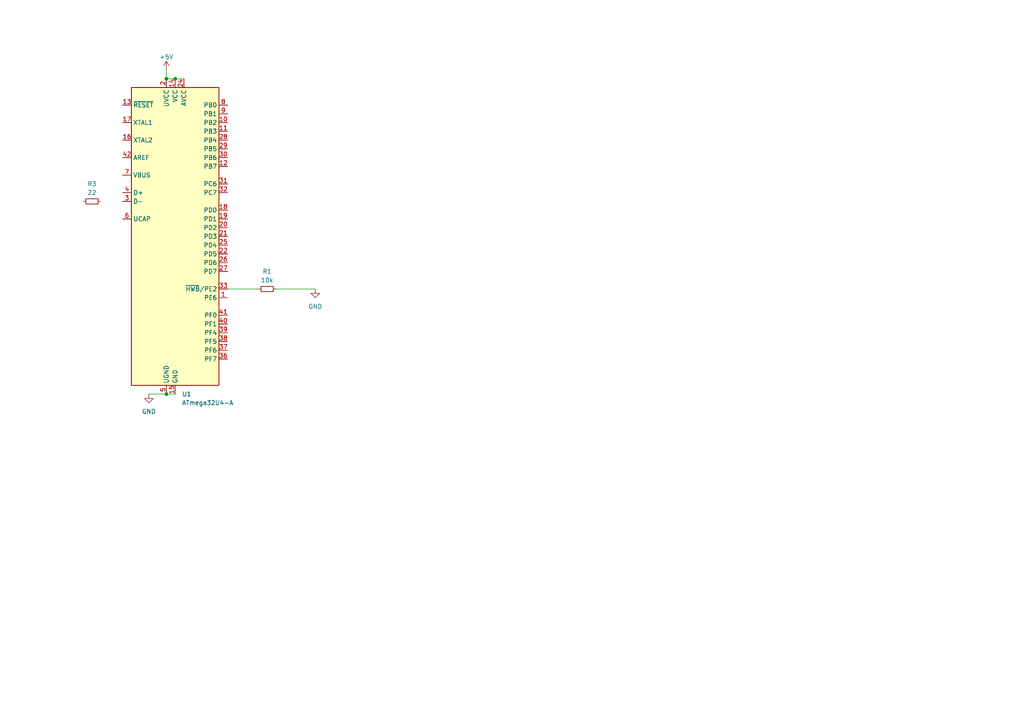
<source format=kicad_sch>
(kicad_sch (version 20230121) (generator eeschema)
  (paper "A4")
  (lib_symbols
    (symbol "Device:R_Small" (pin_numbers hide) (pin_names (offset 0.254) hide)
      (property "Reference" "R" (at 0.762 0.508 0))
      (property "Value" "R_Small" (at 0.762 -1.016 0))
      (symbol "R_Small_0_1"
        (rectangle (start -0.762 1.778) (end 0.762 -1.778) (stroke (width 0.2032)))
      )
      (symbol "R_Small_1_1"
        (pin passive line (at 0 2.54 270) (length 0.762) (name "~") (number "1"))
        (pin passive line (at 0 -2.54 90) (length 0.762) (name "~") (number "2"))
      )
    )
    (symbol "MCU_Microchip_ATmega:ATmega32U4-A"
      (property "Reference" "U" (at -12.7 44.45 0))
      (property "Value" "ATmega32U4-A" (at 2.54 -44.45 0))
      (symbol "ATmega32U4-A_0_1"
        (rectangle (start -12.7 -43.18) (end 12.7 43.18) (stroke (width 0.254)) (fill (type background)))
      )
      (symbol "ATmega32U4-A_1_1"
        (pin bidirectional line (at 15.24 -17.78 180) (length 2.54) (name "PE6") (number "1"))
        (pin bidirectional line (at 15.24 33.02 180) (length 2.54) (name "PB2") (number "10"))
        (pin bidirectional line (at 15.24 30.48 180) (length 2.54) (name "PB3") (number "11"))
        (pin bidirectional line (at 15.24 20.32 180) (length 2.54) (name "PB7") (number "12"))
        (pin input line (at -15.24 38.1 0) (length 2.54) (name "~{RESET}") (number "13"))
        (pin power_in line (at 0 45.72 270) (length 2.54) (name "VCC") (number "14"))
        (pin power_in line (at 0 -45.72 90) (length 2.54) (name "GND") (number "15"))
        (pin output line (at -15.24 27.94 0) (length 2.54) (name "XTAL2") (number "16"))
        (pin input line (at -15.24 33.02 0) (length 2.54) (name "XTAL1") (number "17"))
        (pin bidirectional line (at 15.24 7.62 180) (length 2.54) (name "PD0") (number "18"))
        (pin bidirectional line (at 15.24 5.08 180) (length 2.54) (name "PD1") (number "19"))
        (pin power_in line (at -2.54 45.72 270) (length 2.54) (name "UVCC") (number "2"))
        (pin bidirectional line (at 15.24 2.54 180) (length 2.54) (name "PD2") (number "20"))
        (pin bidirectional line (at 15.24 0 180) (length 2.54) (name "PD3") (number "21"))
        (pin bidirectional line (at 15.24 -5.08 180) (length 2.54) (name "PD5") (number "22"))
        (pin passive line (at 0 -45.72 90) (length 2.54) hide (name "GND") (number "23"))
        (pin power_in line (at 2.54 45.72 270) (length 2.54) (name "AVCC") (number "24"))
        (pin bidirectional line (at 15.24 -2.54 180) (length 2.54) (name "PD4") (number "25"))
        (pin bidirectional line (at 15.24 -7.62 180) (length 2.54) (name "PD6") (number "26"))
        (pin bidirectional line (at 15.24 -10.16 180) (length 2.54) (name "PD7") (number "27"))
        (pin bidirectional line (at 15.24 27.94 180) (length 2.54) (name "PB4") (number "28"))
        (pin bidirectional line (at 15.24 25.4 180) (length 2.54) (name "PB5") (number "29"))
        (pin bidirectional line (at -15.24 10.16 0) (length 2.54) (name "D-") (number "3"))
        (pin bidirectional line (at 15.24 22.86 180) (length 2.54) (name "PB6") (number "30"))
        (pin bidirectional line (at 15.24 15.24 180) (length 2.54) (name "PC6") (number "31"))
        (pin bidirectional line (at 15.24 12.7 180) (length 2.54) (name "PC7") (number "32"))
        (pin bidirectional line (at 15.24 -15.24 180) (length 2.54) (name "~{HWB}/PE2") (number "33"))
        (pin passive line (at 0 45.72 270) (length 2.54) hide (name "VCC") (number "34"))
        (pin passive line (at 0 -45.72 90) (length 2.54) hide (name "GND") (number "35"))
        (pin bidirectional line (at 15.24 -35.56 180) (length 2.54) (name "PF7") (number "36"))
        (pin bidirectional line (at 15.24 -33.02 180) (length 2.54) (name "PF6") (number "37"))
        (pin bidirectional line (at 15.24 -30.48 180) (length 2.54) (name "PF5") (number "38"))
        (pin bidirectional line (at 15.24 -27.94 180) (length 2.54) (name "PF4") (number "39"))
        (pin bidirectional line (at -15.24 12.7 0) (length 2.54) (name "D+") (number "4"))
        (pin bidirectional line (at 15.24 -25.4 180) (length 2.54) (name "PF1") (number "40"))
        (pin bidirectional line (at 15.24 -22.86 180) (length 2.54) (name "PF0") (number "41"))
        (pin passive line (at -15.24 22.86 0) (length 2.54) (name "AREF") (number "42"))
        (pin passive line (at 0 -45.72 90) (length 2.54) hide (name "GND") (number "43"))
        (pin passive line (at 2.54 45.72 270) (length 2.54) hide (name "AVCC") (number "44"))
        (pin passive line (at -2.54 -45.72 90) (length 2.54) (name "UGND") (number "5"))
        (pin passive line (at -15.24 5.08 0) (length 2.54) (name "UCAP") (number "6"))
        (pin input line (at -15.24 17.78 0) (length 2.54) (name "VBUS") (number "7"))
        (pin bidirectional line (at 15.24 38.1 180) (length 2.54) (name "PB0") (number "8"))
        (pin bidirectional line (at 15.24 35.56 180) (length 2.54) (name "PB1") (number "9"))
      )
    )
    (symbol "power:+5V" (power) (pin_names (offset 0))
      (property "Value" "+5V" (at 0 3.556 0))
      (symbol "+5V_0_1"
        (polyline (pts (xy -0.762 1.27) (xy 0 2.54)))
        (polyline (pts (xy 0 0) (xy 0 2.54)))
        (polyline (pts (xy 0 2.54) (xy 0.762 1.27)))
      )
      (symbol "+5V_1_1"
        (pin power_in line (at 0 0 90) (length 0) hide (name "+5V") (number "1"))
      )
    )
    (symbol "power:GND" (power) (pin_names (offset 0))
      (property "Value" "GND" (at 0 -3.81 0))
      (symbol "GND_0_1"
        (polyline (pts (xy 0 0) (xy 0 -1.27) (xy 1.27 -1.27) (xy 0 -2.54) (xy -1.27 -1.27) (xy 0 -1.27)))
      )
      (symbol "GND_1_1"
        (pin power_in line (at 0 0 270) (length 0) hide (name "GND") (number "1"))
      )
    )
  )
  (junction (at 48.26 22.86))
  (junction (at 50.8 22.86))
  (junction (at 48.26 114.3))
  (wire (pts (xy 50.8 22.86) (xy 53.34 22.86)))
  (wire (pts (xy 48.26 22.86) (xy 50.8 22.86)))
  (wire (pts (xy 66.04 83.82) (xy 74.93 83.82)))
  (wire (pts (xy 48.26 114.3) (xy 50.8 114.3)))
  (wire (pts (xy 80.01 83.82) (xy 91.44 83.82)))
  (wire (pts (xy 43.18 114.3) (xy 48.26 114.3)))
  (wire (pts (xy 48.26 20.32) (xy 48.26 22.86)))
  (symbol (lib_id "Device:R_Small") (at 77.47 83.82 90) (unit 1)
    (property "Reference" "R1" (at 77.47 78.74 90))
    (property "Value" "10k" (at 77.47 81.28 90))
  )
  (symbol (lib_id "MCU_Microchip_ATmega:ATmega32U4-A") (at 50.8 68.58 0) (unit 1)
    (property "Reference" "U1" (at 52.7559 114.3 0) (effects (justify left)))
    (property "Value" "ATmega32U4-A" (at 52.7559 116.84 0) (effects (justify left)))
    (property "Footprint" "Package_QFP:TQFP-44_10x10mm_P0.8mm" (effects hide))
    (property "Datasheet" "http://ww1.microchip.com/downloads/en/DeviceDoc/Atmel-7766-8-bit-AVR-ATmega16U4-32U4_Datasheet.pdf" (effects hide))
  )
  (symbol (lib_id "power:GND") (at 91.44 83.82 0) (unit 1)
    (property "Reference" "#PWR03" (effects hide))
    (property "Value" "GND" (at 91.44 88.9 0))
  )
  (symbol (lib_id "power:+5V") (at 48.26 20.32 0) (unit 1)
    (property "Reference" "#PWR01" (effects hide))
    (property "Value" "+5V" (at 48.26 16.51 0))
  )
  (symbol (lib_id "Device:R_Small") (at 26.67 58.42 90) (unit 1)
    (property "Reference" "R3" (at 26.67 53.34 90))
    (property "Value" "22" (at 26.67 55.88 90))
  )
  (symbol (lib_id "power:GND") (at 43.18 114.3 0) (unit 1)
    (property "Reference" "#PWR02" (effects hide))
    (property "Value" "GND" (at 43.18 119.38 0))
  )
)
</source>
